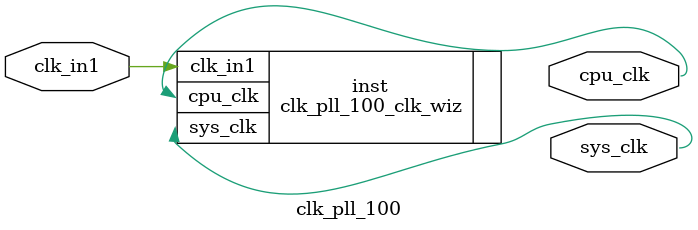
<source format=v>


`timescale 1ps/1ps

(* CORE_GENERATION_INFO = "clk_pll_100,clk_wiz_v6_0_4_0_0,{component_name=clk_pll_100,use_phase_alignment=true,use_min_o_jitter=false,use_max_i_jitter=false,use_dyn_phase_shift=false,use_inclk_switchover=false,use_dyn_reconfig=false,enable_axi=0,feedback_source=FDBK_AUTO,PRIMITIVE=PLL,num_out_clk=2,clkin1_period=10.000,clkin2_period=10.000,use_power_down=false,use_reset=false,use_locked=false,use_inclk_stopped=false,feedback_type=SINGLE,CLOCK_MGR_TYPE=NA,manual_override=false}" *)

module clk_pll_100 
 (
  // Clock out ports
  output        cpu_clk,
  output        sys_clk,
 // Clock in ports
  input         clk_in1
 );

  clk_pll_100_clk_wiz inst
  (
  // Clock out ports  
  .cpu_clk(cpu_clk),
  .sys_clk(sys_clk),
 // Clock in ports
  .clk_in1(clk_in1)
  );

endmodule

</source>
